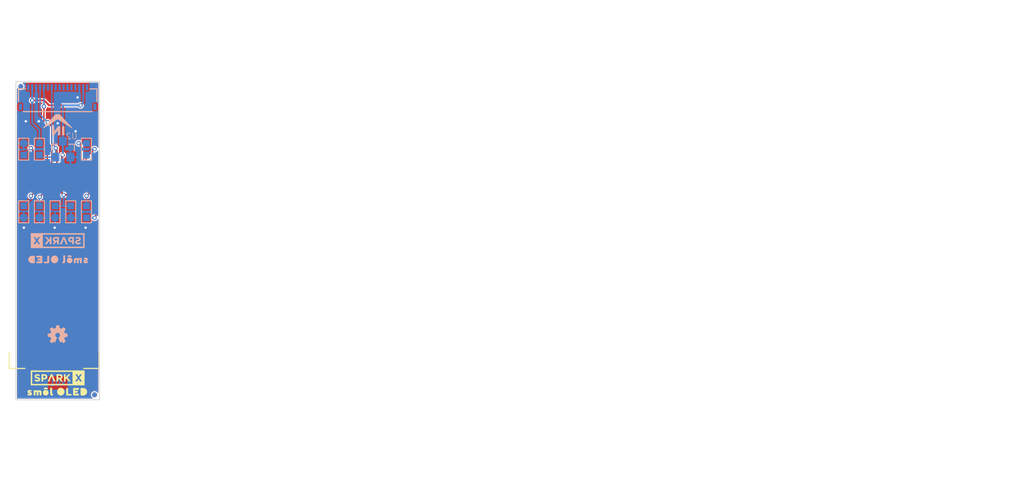
<source format=kicad_pcb>
(kicad_pcb (version 20211014) (generator pcbnew)
  (layers (0 "F.Cu" signal) (31 "B.Cu" signal) (34 "B.Paste" user) (35 "F.Paste" user) (36 "B.SilkS" user "B.Silkscreen") (37 "F.SilkS" user "F.Silkscreen") (38 "B.Mask" user) (39 "F.Mask" user) (44 "Edge.Cuts" user))
  (net 0 "")
  (net 1 "GND")
  (net 2 "GPIO0")
  (net 3 "SDA")
  (net 4 "SCL")
  (net 5 "3.3V")
  (net 6 "N$1")
  (net 7 "N$2")
  (net 8 "N$3")
  (net 9 "N$4")
  (net 10 "N$9")
  (net 11 "N$6")
  (net 12 "N$7")
  (footprint "eagleBoard:SPARKX-SMALL" (layer "F.Cu") (at 148.5011 122.5296)
    (fp_text reference "U$3" hide)
    (fp_text value "SPARKX-LOGO3" hide)
  )
  (footprint "eagleBoard:ORDERING_INSTRUCTIONS" (layer "F.Cu") (at 162.2171 74.5236)
    (fp_text reference "LOGO1" hide)
    (fp_text value "SPECIAL_INSTRUCTIONS-ORDERING" hide)
  )
  (footprint "eagleBoard:FIDUCIAL-MICRO" (layer "F.Cu") (at 153.2001 124.6886)
    (fp_text reference "FD3" hide)
    (fp_text value "FIDUCIALUFIDUCIAL" hide)
    (pad "1" smd roundrect (at 0 0) (size 0.635 0.635) (layers "F.Cu" "F.Mask") (roundrect_rratio 0.5))
  )
  (footprint "eagleBoard:SM�L_OLED0" (layer "F.Cu") (at 148.5011 124.3076)
    (fp_text reference "U$4" hide)
    (fp_text value "" hide)
  )
  (footprint "eagleBoard:OLED-12832" (layer "F.Cu") (at 148.0671 105.0236 90)
    (fp_text reference "D1" hide)
    (fp_text value "OLED-12832" hide)
    (pad "1" smd roundrect (at 8.145 5.305 90) (size 2.2 0.35) (layers "F.Cu" "F.Paste" "F.Mask") (roundrect_rratio 0.1451428571) (net 6 "N$1"))
    (pad "2" smd roundrect (at 8.145 4.685 90) (size 2.2 0.35) (layers "F.Cu" "F.Paste" "F.Mask") (roundrect_rratio 0.1451428571) (net 7 "N$2"))
    (pad "3" smd roundrect (at 8.145 4.065 90) (size 2.2 0.35) (layers "F.Cu" "F.Paste" "F.Mask") (roundrect_rratio 0.1451428571) (net 8 "N$3"))
    (pad "4" smd roundrect (at 8.145 3.445 90) (size 2.2 0.35) (layers "F.Cu" "F.Paste" "F.Mask") (roundrect_rratio 0.1451428571) (net 9 "N$4"))
    (pad "5" smd roundrect (at 8.145 2.825 90) (size 2.2 0.35) (layers "F.Cu" "F.Paste" "F.Mask") (roundrect_rratio 0.1451428571) (net 5 "3.3V"))
    (pad "6" smd roundrect (at 8.145 2.205 90) (size 2.2 0.35) (layers "F.Cu" "F.Paste" "F.Mask") (roundrect_rratio 0.1451428571))
    (pad "7" smd roundrect (at 8.145 1.585 90) (size 2.2 0.35) (layers "F.Cu" "F.Paste" "F.Mask") (roundrect_rratio 0.1451428571) (net 1 "GND"))
    (pad "8" smd roundrect (at 8.145 0.965 90) (size 2.2 0.35) (layers "F.Cu" "F.Paste" "F.Mask") (roundrect_rratio 0.1451428571) (net 5 "3.3V"))
    (pad "9" smd roundrect (at 8.145 0.345 90) (size 2.2 0.35) (layers "F.Cu" "F.Paste" "F.Mask") (roundrect_rratio 0.1451428571) (net 2 "GPIO0"))
    (pad "10" smd roundrect (at 8.145 -0.275 90) (size 2.2 0.35) (layers "F.Cu" "F.Paste" "F.Mask") (roundrect_rratio 0.1451428571) (net 4 "SCL"))
    (pad "11" smd roundrect (at 8.145 -0.895 90) (size 2.2 0.35) (layers "F.Cu" "F.Paste" "F.Mask") (roundrect_rratio 0.1451428571) (net 3 "SDA"))
    (pad "12" smd roundrect (at 8.145 -1.515 90) (size 2.2 0.35) (layers "F.Cu" "F.Paste" "F.Mask") (roundrect_rratio 0.1451428571) (net 10 "N$9"))
    (pad "13" smd roundrect (at 8.145 -2.135 90) (size 2.2 0.35) (layers "F.Cu" "F.Paste" "F.Mask") (roundrect_rratio 0.1451428571) (net 11 "N$6"))
    (pad "14" smd roundrect (at 8.145 -2.755 90) (size 2.2 0.35) (layers "F.Cu" "F.Paste" "F.Mask") (roundrect_rratio 0.1451428571) (net 12 "N$7"))
  )
  (footprint "eagleBoard:CREATIVE_COMMONS" (layer "F.Cu") (at 188.8871 135.4836)
    (fp_text reference "FRAME1" hide)
    (fp_text value "FRAME-LEDGER" hide)
  )
  (footprint "eagleBoard:FIDUCIAL-MICRO" (layer "F.Cu") (at 143.8021 85.3186)
    (fp_text reference "FD1" hide)
    (fp_text value "FIDUCIALUFIDUCIAL" hide)
    (pad "1" smd roundrect (at 0 0) (size 0.635 0.635) (layers "F.Cu" "F.Mask") (roundrect_rratio 0.5))
  )
  (footprint "eagleBoard:SPARKX-SMALL" (layer "B.Cu") (at 148.5011 105.0036 180)
    (fp_text reference "U$20" hide)
    (fp_text value "SPARKX-LOGO3" hide)
  )
  (footprint "eagleBoard:OSHW-LOGO-MINI" (layer "B.Cu") (at 148.5011 117.0686 180)
    (fp_text reference "LOGO3" hide)
    (fp_text value "OSHW-LOGOMINI" hide)
  )
  (footprint "eagleBoard:SOT23" (layer "B.Cu") (at 149.1671 93.3236 180)
    (fp_text reference "U2" (at -1.905 1.651) (layer "B.SilkS") (effects (font (size 0.739648 0.739648) (thickness 0.073152)) (justify left mirror)))
    (fp_text value "APX803")
    (pad "1" smd roundrect (at -0.95 -1.016) (size 1.016 1.143) (layers "B.Cu" "B.Paste" "B.Mask") (roundrect_rratio 0.05) (net 1 "GND"))
    (pad "2" smd roundrect (at 0.95 -1.016 180) (size 1.016 1.143) (layers "B.Cu" "B.Paste" "B.Mask") (roundrect_rratio 0.05) (net 2 "GPIO0"))
    (pad "3" smd roundrect (at 0 1.016 180) (size 1.016 1.143) (layers "B.Cu" "B.Paste" "B.Mask") (roundrect_rratio 0.05) (net 5 "3.3V"))
  )
  (footprint "eagleBoard:0603" (layer "B.Cu") (at 146.1671 93.3236 90)
    (fp_text reference "R4")
    (fp_text value "10K ±5%")
    (pad "1" smd roundrect (at -0.762 0 90) (size 0.889 0.889) (layers "B.Cu" "B.Paste" "B.Mask") (roundrect_rratio 0.125) (net 2 "GPIO0"))
    (pad "2" smd roundrect (at 0.762 0 90) (size 0.889 0.889) (layers "B.Cu" "B.Paste" "B.Mask") (roundrect_rratio 0.125) (net 5 "3.3V"))
  )
  (footprint "eagleBoard:SM�L_OLED0" (layer "B.Cu") (at 148.5011 107.4166 180)
    (fp_text reference "U$1" hide)
    (fp_text value "" hide)
  )
  (footprint "eagleBoard:FIDUCIAL-MICRO" (layer "B.Cu") (at 153.2001 124.6886 180)
    (fp_text reference "FD4" hide)
    (fp_text value "FIDUCIALUFIDUCIAL" hide)
    (pad "1" smd roundrect (at 0 0 180) (size 0.635 0.635) (layers "B.Cu" "B.Mask") (roundrect_rratio 0.5))
  )
  (footprint "eagleBoard:0603" (layer "B.Cu") (at 146.1671 101.3236 90)
    (fp_text reference "R3")
    (fp_text value "560K 10%")
    (pad "1" smd roundrect (at -0.762 0 90) (size 0.889 0.889) (layers "B.Cu" "B.Paste" "B.Mask") (roundrect_rratio 0.125) (net 1 "GND"))
    (pad "2" smd roundrect (at 0.762 0 90) (size 0.889 0.889) (layers "B.Cu" "B.Paste" "B.Mask") (roundrect_rratio 0.125) (net 10 "N$9"))
  )
  (footprint "eagleBoard:0603" (layer "B.Cu") (at 144.1671 101.3236 -90)
    (fp_text reference "C5")
    (fp_text value "2.2uF ±10% 16V")
    (pad "1" smd roundrect (at -0.762 0 270) (size 0.889 0.889) (layers "B.Cu" "B.Paste" "B.Mask") (roundrect_rratio 0.125) (net 11 "N$6"))
    (pad "2" smd roundrect (at 0.762 0 270) (size 0.889 0.889) (layers "B.Cu" "B.Paste" "B.Mask") (roundrect_rratio 0.125) (net 1 "GND"))
  )
  (footprint "eagleBoard:0603" (layer "B.Cu") (at 152.1671 101.3236 -90)
    (fp_text reference "C1")
    (fp_text value "1uF ±10% 16V ")
    (pad "1" smd roundrect (at -0.762 0 270) (size 0.889 0.889) (layers "B.Cu" "B.Paste" "B.Mask") (roundrect_rratio 0.125) (net 7 "N$2"))
    (pad "2" smd roundrect (at 0.762 0 270) (size 0.889 0.889) (layers "B.Cu" "B.Paste" "B.Mask") (roundrect_rratio 0.125) (net 6 "N$1"))
  )
  (footprint "eagleBoard:FIDUCIAL-MICRO" (layer "B.Cu") (at 143.8021 85.3186 180)
    (fp_text reference "FD2" hide)
    (fp_text value "FIDUCIALUFIDUCIAL" hide)
    (pad "1" smd roundrect (at 0 0 180) (size 0.635 0.635) (layers "B.Cu" "B.Mask") (roundrect_rratio 0.5))
  )
  (footprint "eagleBoard:0603" (layer "B.Cu") (at 148.1671 101.3236 -90)
    (fp_text reference "C4")
    (fp_text value "0.1uF ±10% 25V")
    (pad "1" smd roundrect (at -0.762 0 270) (size 0.889 0.889) (layers "B.Cu" "B.Paste" "B.Mask") (roundrect_rratio 0.125) (net 5 "3.3V"))
    (pad "2" smd roundrect (at 0.762 0 270) (size 0.889 0.889) (layers "B.Cu" "B.Paste" "B.Mask") (roundrect_rratio 0.125) (net 1 "GND"))
  )
  (footprint "eagleBoard:0603" (layer "B.Cu") (at 144.1671 93.3236 90)
    (fp_text reference "C6")
    (fp_text value "4.7uF ±10% 16V")
    (pad "1" smd roundrect (at -0.762 0 90) (size 0.889 0.889) (layers "B.Cu" "B.Paste" "B.Mask") (roundrect_rratio 0.125) (net 12 "N$7"))
    (pad "2" smd roundrect (at 0.762 0 90) (size 0.889 0.889) (layers "B.Cu" "B.Paste" "B.Mask") (roundrect_rratio 0.125) (net 1 "GND"))
  )
  (footprint "eagleBoard:0603" (layer "B.Cu") (at 152.1671 93.3236 -90)
    (fp_text reference "C2")
    (fp_text value "1uF ±10% 16V ")
    (pad "1" smd roundrect (at -0.762 0 270) (size 0.889 0.889) (layers "B.Cu" "B.Paste" "B.Mask") (roundrect_rratio 0.125) (net 9 "N$4"))
    (pad "2" smd roundrect (at 0.762 0 270) (size 0.889 0.889) (layers "B.Cu" "B.Paste" "B.Mask") (roundrect_rratio 0.125) (net 8 "N$3"))
  )
  (footprint "eagleBoard:FPC_16_0.5MM" (layer "B.Cu") (at 148.5011 86.7791 180)
    (fp_text reference "IN0" hide)
    (fp_text value "" hide)
    (pad "1" smd roundrect (at -3.75 1.35 180) (size 0.3 0.8) (layers "B.Cu" "B.Mask") (roundrect_rratio 0.1693333333))
    (pad "2" smd roundrect (at -3.25 1.35 180) (size 0.3 0.8) (layers "B.Cu" "B.Mask") (roundrect_rratio 0.1693333333) (net 5 "3.3V"))
    (pad "3" smd roundrect (at -2.75 1.35 180) (size 0.3 0.8) (layers "B.Cu" "B.Mask") (roundrect_rratio 0.1693333333) (net 1 "GND"))
    (pad "4" smd roundrect (at -2.25 1.35 180) (size 0.3 0.8) (layers "B.Cu" "B.Mask") (roundrect_rratio 0.1693333333))
    (pad "5" smd roundrect (at -1.75 1.35 180) (size 0.3 0.8) (layers "B.Cu" "B.Mask") (roundrect_rratio 0.1693333333))
    (pad "6" smd roundrect (at -1.25 1.35 180) (size 0.3 0.8) (layers "B.Cu" "B.Mask") (roundrect_rratio 0.1693333333))
    (pad "7" smd roundrect (at -0.75 1.35 180) (size 0.3 0.8) (layers "B.Cu" "B.Mask") (roundrect_rratio 0.1693333333))
    (pad "8" smd roundrect (at -0.25 1.35 180) (size 0.3 0.8) (layers "B.Cu" "B.Mask") (roundrect_rratio 0.1693333333))
    (pad "9" smd roundrect (at 0.25 1.35 180) (size 0.3 0.8) (layers "B.Cu" "B.Mask") (roundrect_rratio 0.1693333333))
    (pad "10" smd roundrect (at 0.75 1.35 180) (size 0.3 0.8) (layers "B.Cu" "B.Mask") (roundrect_rratio 0.1693333333) (net 2 "GPIO0"))
    (pad "11" smd roundrect (at 1.25 1.35 180) (size 0.3 0.8) (layers "B.Cu" "B.Mask") (roundrect_rratio 0.1693333333))
    (pad "12" smd roundrect (at 1.75 1.35 180) (size 0.3 0.8) (layers "B.Cu" "B.Mask") (roundrect_rratio 0.1693333333) (net 3 "SDA"))
    (pad "13" smd roundrect (at 2.25 1.35 180) (size 0.3 0.8) (layers "B.Cu" "B.Mask") (roundrect_rratio 0.1693333333) (net 4 "SCL"))
    (pad "14" smd roundrect (at 2.75 1.35 180) (size 0.3 0.8) (layers "B.Cu" "B.Mask") (roundrect_rratio 0.1693333333) (net 1 "GND"))
    (pad "15" smd roundrect (at 3.25 1.35 180) (size 0.3 0.8) (layers "B.Cu" "B.Mask") (roundrect_rratio 0.1693333333) (net 5 "3.3V"))
    (pad "16" smd roundrect (at 3.75 1.35 180) (size 0.3 0.8) (layers "B.Cu" "B.Mask") (roundrect_rratio 0.1693333333))
    (pad "MP1" smd roundrect (at -4.75 -1.15 180) (size 0.4 0.8) (layers "B.Cu" "B.Paste" "B.Mask") (roundrect_rratio 0.127))
    (pad "MP2" smd roundrect (at 4.75 -1.15 180) (size 0.4 0.8) (layers "B.Cu" "B.Paste" "B.Mask") (roundrect_rratio 0.127))
  )
  (footprint "eagleBoard:0603" (layer "B.Cu") (at 150.1671 101.3236 -90)
    (fp_text reference "C3")
    (fp_text value "4.7uF ±10% 6.3V")
    (pad "1" smd roundrect (at -0.762 0 270) (size 0.889 0.889) (layers "B.Cu" "B.Paste" "B.Mask") (roundrect_rratio 0.125) (net 5 "3.3V"))
    (pad "2" smd roundrect (at 0.762 0 270) (size 0.889 0.889) (layers "B.Cu" "B.Paste" "B.Mask") (roundrect_rratio 0.125) (net 1 "GND"))
  )
  (footprint "eagleBoard:IN0" (layer "B.Cu") (at 148.5011 90.9701 180)
    (fp_text reference "U$12" hide)
    (fp_text value "" hide)
  )
  (footprint "eagleBoard:SMOL_SMALL" (layer "B.Cu") (at 148.5011 89.5096 180)
    (fp_text reference "U$14" hide)
    (fp_text value "SMOL_LOGOSMALL" hide)
  )
  (gr_line (start 143.1671 125.3236) (end 153.8351 125.3236) (layer "Edge.Cuts") (width 0.1016))
  (gr_line (start 143.1671 84.6836) (end 143.1671 125.3236) (layer "Edge.Cuts") (width 0.1016))
  (gr_line (start 153.8351 84.6836) (end 143.1671 84.6836) (layer "Edge.Cuts") (width 0.1016))
  (gr_line (start 153.8351 125.3236) (end 153.8351 84.6836) (layer "Edge.Cuts") (width 0.1016))
  (gr_text "x01" (at 148.5011 123.1646) (layer "B.Cu") (effects (font (size 0.75565 0.75565) (thickness 0.13335)) (justify mirror)))
  (via (at 144.1831 103.3526) (size 0.5588) (drill 0.3048) (layers "F.Cu" "B.Cu") (net 1))
  (via (at 148.1201 103.3526) (size 0.5588) (drill 0.3048) (layers "F.Cu" "B.Cu") (net 1))
  (via (at 144.4371 89.7636) (size 0.5588) (drill 0.3048) (layers "F.Cu" "B.Cu") (net 1))
  (via (at 150.7871 91.0336) (size 0.5588) (drill 0.3048) (layers "F.Cu" "B.Cu") (net 1))
  (via (at 148.5011 90.0176) (size 0.5588) (drill 0.3048) (layers "F.Cu" "B.Cu") (net 1))
  (via (at 151.0411 86.7156) (size 0.5588) (drill 0.3048) (layers "F.Cu" "B.Cu") (net 1))
  (via (at 152.0571 103.3526) (size 0.5588) (drill 0.3048) (layers "F.Cu" "B.Cu") (net 1))
  (via (at 146.0881 89.7636) (size 0.5588) (drill 0.3048) (layers "F.Cu" "B.Cu") (net 1))
  (segment (start 148.4121 96.8786) (end 148.4121 93.3576) (width 0.1778) (layer "F.Cu") (net 2))
  (segment (start 148.4121 93.3576) (end 148.2471 93.1926) (width 0.1778) (layer "F.Cu") (net 2))
  (via (at 148.2471 93.1926) (size 0.5588) (drill 0.3048) (layers "F.Cu" "B.Cu") (net 2))
  (segment (start 148.2471 93.1926) (end 148.2471 94.3096) (width 0.1778) (layer "B.Cu") (net 2))
  (segment (start 148.2471 93.0656) (end 148.2471 93.1926) (width 0.1778) (layer "B.Cu") (net 2))
  (segment (start 148.2471 94.3096) (end 148.2171 94.3396) (width 0.1778) (layer "B.Cu") (net 2))
  (segment (start 148.2171 94.3396) (end 146.4211 94.3396) (width 0.1778) (layer "B.Cu") (net 2))
  (segment (start 147.7511 92.5696) (end 148.2471 93.0656) (width 0.1778) (layer "B.Cu") (net 2))
  (segment (start 147.7511 85.4291) (end 147.7511 92.5696) (width 0.1778) (layer "B.Cu") (net 2))
  (segment (start 146.4211 94.3396) (end 146.1671 94.0856) (width 0.1778) (layer "B.Cu") (net 2))
  (segment (start 147.1721 96.8786) (end 147.1721 90.532063) (width 0.1778) (layer "F.Cu") (net 3))
  (segment (start 146.7464 89.674838) (end 146.7464 87.8586) (width 0.1778) (layer "F.Cu") (net 3))
  (segment (start 146.7358 90.095763) (end 146.7358 89.685438) (width 0.1778) (layer "F.Cu") (net 3))
  (segment (start 146.7358 89.685438) (end 146.7464 89.674838) (width 0.1778) (layer "F.Cu") (net 3))
  (segment (start 147.1721 90.532063) (end 146.7358 90.095763) (width 0.1778) (layer "F.Cu") (net 3))
  (via (at 146.7464 87.8586) (size 0.5588) (drill 0.3048) (layers "F.Cu" "B.Cu") (net 3))
  (segment (start 146.7464 85.4338) (end 146.7511 85.4291) (width 0.1778) (layer "B.Cu") (net 3))
  (segment (start 146.7464 87.8586) (end 146.7464 85.4338) (width 0.1778) (layer "B.Cu") (net 3))
  (segment (start 147.7518 90.4113) (end 147.2311 89.8906) (width 0.1778) (layer "F.Cu") (net 4))
  (segment (start 147.7921 96.8786) (end 147.7921 95.597063) (width 0.1778) (layer "F.Cu") (net 4))
  (segment (start 147.7921 95.597063) (end 147.7518 95.556763) (width 0.1778) (layer "F.Cu") (net 4))
  (segment (start 147.7518 95.556763) (end 147.7518 90.4113) (width 0.1778) (layer "F.Cu") (net 4))
  (via (at 147.2311 89.8906) (size 0.5588) (drill 0.3048) (layers "F.Cu" "B.Cu") (net 4))
  (segment (start 146.2511 88.9106) (end 146.2511 85.4291) (width 0.1778) (layer "B.Cu") (net 4))
  (segment (start 147.2311 89.8906) (end 146.2511 88.9106) (width 0.1778) (layer "B.Cu") (net 4))
  (segment (start 149.0321 94.1856) (end 149.1361 94.0816) (width 0.254) (layer "F.Cu") (net 5))
  (segment (start 150.8921 96.8786) (end 150.8921 98.9296) (width 0.254) (layer "F.Cu") (net 5))
  (segment (start 145.2511 87.0966) (end 146.7751 87.0966) (width 0.254) (layer "F.Cu") (net 5))
  (segment (start 149.0321 96.8786) (end 149.0321 94.1856) (width 0.254) (layer "F.Cu") (net 5))
  (segment (start 150.8921 98.9296) (end 150.6601 99.1616) (width 0.254) (layer "F.Cu") (net 5))
  (segment (start 147.4101 87.7316) (end 146.7751 87.0966) (width 0.254) (layer "F.Cu") (net 5))
  (segment (start 151.4221 87.7316) (end 147.4101 87.7316) (width 0.254) (layer "F.Cu") (net 5))
  (segment (start 149.0321 96.8786) (end 149.0321 98.9306) (width 0.254) (layer "F.Cu") (net 5))
  (segment (start 149.0321 98.9306) (end 149.2631 99.1616) (width 0.254) (layer "F.Cu") (net 5))
  (segment (start 150.6601 99.1616) (end 149.2631 99.1616) (width 0.254) (layer "F.Cu") (net 5))
  (via (at 145.2511 87.0966) (size 0.5588) (drill 0.3048) (layers "F.Cu" "B.Cu") (net 5))
  (via (at 149.1361 94.0816) (size 0.5588) (drill 0.3048) (layers "F.Cu" "B.Cu") (net 5))
  (via (at 151.4221 87.7316) (size 0.5588) (drill 0.3048) (layers "F.Cu" "B.Cu") (net 5))
  (via (at 149.2631 99.1616) (size 0.5588) (drill 0.3048) (layers "F.Cu" "B.Cu") (net 5))
  (segment (start 145.2511 87.0966) (end 145.2511 89.9426) (width 0.254) (layer "B.Cu") (net 5))
  (segment (start 149.1671 92.3076) (end 149.1671 87.7316) (width 0.254) (layer "B.Cu") (net 5))
  (segment (start 149.1671 87.7316) (end 151.4221 87.7316) (width 0.254) (layer "B.Cu") (net 5))
  (segment (start 151.7511 87.4026) (end 151.4221 87.7316) (width 0.254) (layer "B.Cu") (net 5))
  (segment (start 150.1671 100.5616) (end 149.2631 100.5616) (width 0.254) (layer "B.Cu") (net 5))
  (segment (start 149.2631 100.5616) (end 148.1671 100.5616) (width 0.254) (layer "B.Cu") (net 5))
  (segment (start 145.2511 89.9426) (end 146.1671 90.8586) (width 0.254) (layer "B.Cu") (net 5))
  (segment (start 149.1671 94.0506) (end 149.1361 94.0816) (width 0.254) (layer "B.Cu") (net 5))
  (segment (start 145.2511 85.4291) (end 145.2511 87.0966) (width 0.254) (layer "B.Cu") (net 5))
  (segment (start 149.2631 99.1616) (end 149.2631 100.5616) (width 0.254) (layer "B.Cu") (net 5))
  (segment (start 149.1671 92.3076) (end 149.1671 94.0506) (width 0.254) (layer "B.Cu") (net 5))
  (segment (start 146.1671 90.8586) (end 146.1671 92.5616) (width 0.254) (layer "B.Cu") (net 5))
  (segment (start 151.7511 85.4291) (end 151.7511 87.4026) (width 0.254) (layer "B.Cu") (net 5))
  (segment (start 153.3721 101.9106) (end 153.2001 102.0826) (width 0.1778) (layer "F.Cu") (net 6))
  (segment (start 153.3721 96.8786) (end 153.3721 101.9106) (width 0.1778) (layer "F.Cu") (net 6))
  (via (at 153.2001 102.0826) (size 0.5588) (drill 0.3048) (layers "F.Cu" "B.Cu") (net 6))
  (segment (start 153.1971 102.0856) (end 152.1671 102.0856) (width 0.1778) (layer "B.Cu") (net 6))
  (segment (start 153.2001 102.0826) (end 153.1971 102.0856) (width 0.1778) (layer "B.Cu") (net 6))
  (segment (start 152.7521 98.7206) (end 152.1841 99.2886) (width 0.1778) (layer "F.Cu") (net 7))
  (segment (start 152.7521 96.8786) (end 152.7521 98.7206) (width 0.1778) (layer "F.Cu") (net 7))
  (via (at 152.1841 99.2886) (size 0.5588) (drill 0.3048) (layers "F.Cu" "B.Cu") (net 7))
  (segment (start 152.1841 99.2886) (end 152.1841 100.5446) (width 0.1778) (layer "B.Cu") (net 7))
  (segment (start 152.1841 100.5446) (end 152.1671 100.5616) (width 0.1778) (layer "B.Cu") (net 7))
  (segment (start 152.1321 94.3876) (end 153.2001 93.3196) (width 0.1778) (layer "F.Cu") (net 8))
  (segment (start 152.1321 96.8786) (end 152.1321 94.3876) (width 0.1778) (layer "F.Cu") (net 8))
  (via (at 153.2001 93.3196) (size 0.5588) (drill 0.3048) (layers "F.Cu" "B.Cu") (net 8))
  (segment (start 153.2001 93.3196) (end 152.9331 93.3196) (width 0.1778) (layer "B.Cu") (net 8))
  (segment (start 152.9331 93.3196) (end 152.1671 94.0856) (width 0.1778) (layer "B.Cu") (net 8))
  (segment (start 151.5121 92.9016) (end 151.1681 92.5576) (width 0.1778) (layer "F.Cu") (net 9))
  (segment (start 151.5121 96.8786) (end 151.5121 92.9016) (width 0.1778) (layer "F.Cu") (net 9))
  (via (at 151.1681 92.5576) (size 0.5588) (drill 0.3048) (layers "F.Cu" "B.Cu") (net 9))
  (segment (start 152.1631 92.5576) (end 152.1671 92.5616) (width 0.1778) (layer "B.Cu") (net 9))
  (segment (start 151.1681 92.5576) (end 152.1631 92.5576) (width 0.1778) (layer "B.Cu") (net 9))
  (segment (start 146.5521 99.0786) (end 146.2151 99.4156) (width 0.1778) (layer "F.Cu") (net 10))
  (segment (start 146.5521 96.8786) (end 146.5521 99.0786) (width 0.1778) (layer "F.Cu") (net 10))
  (via (at 146.2151 99.4156) (size 0.5588) (drill 0.3048) (layers "F.Cu" "B.Cu") (net 10))
  (segment (start 146.1671 99.4636) (end 146.1671 100.5616) (width 0.1778) (layer "B.Cu") (net 10))
  (segment (start 146.2151 99.4156) (end 146.1671 99.4636) (width 0.1778) (layer "B.Cu") (net 10))
  (segment (start 145.9321 96.8786) (end 145.9321 98.4286) (width 0.1778) (layer "F.Cu") (net 11))
  (segment (start 145.9321 98.4286) (end 145.0721 99.2886) (width 0.1778) (layer "F.Cu") (net 11))
  (via (at 145.0721 99.2886) (size 0.5588) (drill 0.3048) (layers "F.Cu" "B.Cu") (net 11))
  (segment (start 145.0721 99.2886) (end 145.0721 99.6566) (width 0.1778) (layer "B.Cu") (net 11))
  (segment (start 145.0721 99.6566) (end 144.1671 100.5616) (width 0.1778) (layer "B.Cu") (net 11))
  (segment (start 145.3121 93.4326) (end 145.0721 93.1926) (width 0.1778) (layer "F.Cu") (net 12))
  (segment (start 145.3121 96.8786) (end 145.3121 93.4326) (width 0.1778) (layer "F.Cu") (net 12))
  (via (at 145.0721 93.1926) (size 0.5588) (drill 0.3048) (layers "F.Cu" "B.Cu") (net 12))
  (segment (start 145.0721 93.1926) (end 144.1791 94.0856) (width 0.1778) (layer "B.Cu") (net 12))
  (segment (start 144.1791 94.0856) (end 144.1671 94.0856) (width 0.1778) (layer "B.Cu") (net 12))
  (zone (net 1) (net_name "GND") (layer "F.Cu") (priority 3) (connect_pads (clearance 0.1524)) (min_thickness 0.1016) (fill yes (thermal_gap 0.2532) (thermal_bridge_width 0.2532))
    (polygon (pts (xy 153.9367 125.4252) (xy 143.0655 125.4252) (xy 143.0655 84.582) (xy 153.9367 84.582)))
  )
  (zone (net 1) (net_name "GND") (layer "B.Cu") (priority 4) (connect_pads (clearance 0.1524)) (min_thickness 0.1016) (fill yes (thermal_gap 0.2532) (thermal_bridge_width 0.2532))
    (polygon (pts (xy 153.9367 125.4252) (xy 143.0655 125.4252) (xy 143.0655 84.582) (xy 153.9367 84.582)))
  )
)
</source>
